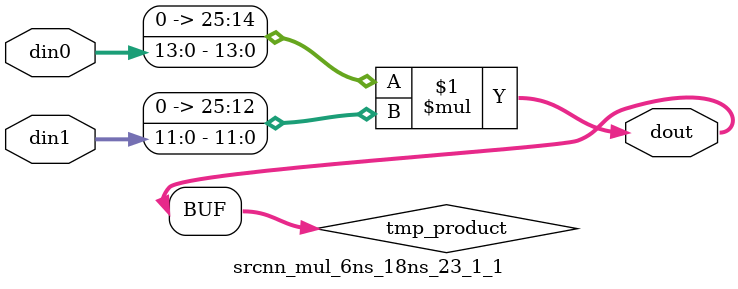
<source format=v>

`timescale 1 ns / 1 ps

  module srcnn_mul_6ns_18ns_23_1_1(din0, din1, dout);
parameter ID = 1;
parameter NUM_STAGE = 0;
parameter din0_WIDTH = 14;
parameter din1_WIDTH = 12;
parameter dout_WIDTH = 26;

input [din0_WIDTH - 1 : 0] din0; 
input [din1_WIDTH - 1 : 0] din1; 
output [dout_WIDTH - 1 : 0] dout;

wire signed [dout_WIDTH - 1 : 0] tmp_product;










assign tmp_product = $signed({1'b0, din0}) * $signed({1'b0, din1});











assign dout = tmp_product;







endmodule

</source>
